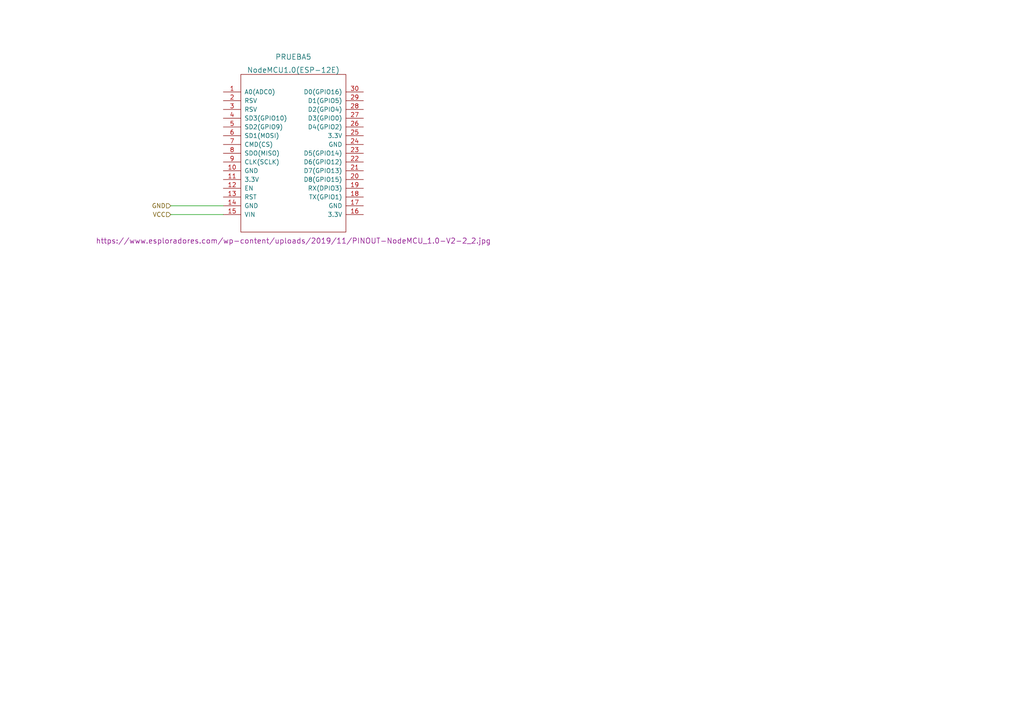
<source format=kicad_sch>
(kicad_sch (version 20211123) (generator eeschema)
  (paper "A4")
  (title_block (title "Testing de esquematicos") (date "2022-11-26") (rev "0.0.1") (company "Proyecto la Caja"))
  (lib_symbols
    (symbol "ESP8266:NodeMCU1.0(ESP-12E)" (pin_names (offset 1.016))
      (property "Reference" "U" (at 0 21.59 0))
      (property "Value" "NodeMCU1.0(ESP-12E)" (at 0 -21.59 0))
      (symbol "NodeMCU1.0(ESP-12E)_0_1"
        (rectangle (start -15.24 -22.86) (end 15.24 22.86))
      )
      (symbol "NodeMCU1.0(ESP-12E)_1_1"
        (pin input line (at -20.32 17.78 0) (length 5.08) (name "A0(ADC0)") (number "1"))
        (pin input line (at -20.32 -5.08 0) (length 5.08) (name "GND") (number "10"))
        (pin input line (at -20.32 -7.62 0) (length 5.08) (name "3.3V") (number "11"))
        (pin input line (at -20.32 -10.16 0) (length 5.08) (name "EN") (number "12"))
        (pin input line (at -20.32 -12.7 0) (length 5.08) (name "RST") (number "13"))
        (pin input line (at -20.32 -15.24 0) (length 5.08) (name "GND") (number "14"))
        (pin input line (at -20.32 -17.78 0) (length 5.08) (name "VIN") (number "15"))
        (pin input line (at 20.32 -17.78 180) (length 5.08) (name "3.3V") (number "16"))
        (pin input line (at 20.32 -15.24 180) (length 5.08) (name "GND") (number "17"))
        (pin input line (at 20.32 -12.7 180) (length 5.08) (name "TX(GPIO1)") (number "18"))
        (pin input line (at 20.32 -10.16 180) (length 5.08) (name "RX(DPIO3)") (number "19"))
        (pin input line (at -20.32 15.24 0) (length 5.08) (name "RSV") (number "2"))
        (pin input line (at 20.32 -7.62 180) (length 5.08) (name "D8(GPIO15)") (number "20"))
        (pin input line (at 20.32 -5.08 180) (length 5.08) (name "D7(GPIO13)") (number "21"))
        (pin input line (at 20.32 -2.54 180) (length 5.08) (name "D6(GPIO12)") (number "22"))
        (pin input line (at 20.32 0 180) (length 5.08) (name "D5(GPIO14)") (number "23"))
        (pin input line (at 20.32 2.54 180) (length 5.08) (name "GND") (number "24"))
        (pin input line (at 20.32 5.08 180) (length 5.08) (name "3.3V") (number "25"))
        (pin input line (at 20.32 7.62 180) (length 5.08) (name "D4(GPIO2)") (number "26"))
        (pin input line (at 20.32 10.16 180) (length 5.08) (name "D3(GPIO0)") (number "27"))
        (pin input line (at 20.32 12.7 180) (length 5.08) (name "D2(GPIO4)") (number "28"))
        (pin input line (at 20.32 15.24 180) (length 5.08) (name "D1(GPIO5)") (number "29"))
        (pin input line (at -20.32 12.7 0) (length 5.08) (name "RSV") (number "3"))
        (pin input line (at 20.32 17.78 180) (length 5.08) (name "D0(GPIO16)") (number "30"))
        (pin input line (at -20.32 10.16 0) (length 5.08) (name "SD3(GPIO10)") (number "4"))
        (pin input line (at -20.32 7.62 0) (length 5.08) (name "SD2(GPIO9)") (number "5"))
        (pin input line (at -20.32 5.08 0) (length 5.08) (name "SD1(MOSI)") (number "6"))
        (pin input line (at -20.32 2.54 0) (length 5.08) (name "CMD(CS)") (number "7"))
        (pin input line (at -20.32 0 0) (length 5.08) (name "SDO(MISO)") (number "8"))
        (pin input line (at -20.32 -2.54 0) (length 5.08) (name "CLK(SCLK)") (number "9"))
      )
    )
  )
  (wire (pts (xy 49.53 62.23) (xy 64.77 62.23)))
  (wire (pts (xy 49.53 59.69) (xy 64.77 59.69)))
  (hierarchical_label "GND" (shape input) (at 49.53 59.69 180))
  (hierarchical_label "VCC" (shape input) (at 49.53 62.23 180))
  (symbol (lib_id "ESP8266:NodeMCU1.0(ESP-12E)") (at 85.09 44.45 0) (unit 1)
    (property "Reference" "PRUEBA5" (at 85.09 16.51 0) (effects (font (size 1.524 1.524))))
    (property "Value" "NodeMCU1.0(ESP-12E)" (at 85.09 20.32 0) (effects (font (size 1.524 1.524))))
    (property "Datasheet" "https://www.esploradores.com/wp-content/uploads/2019/11/PINOUT-NodeMCU_1.0-V2-2_2.jpg" (at 85.09 69.85 0) (effects (font (size 1.524 1.524))))
    (property "Precio" "10€" (effects hide))
  )
)
</source>
